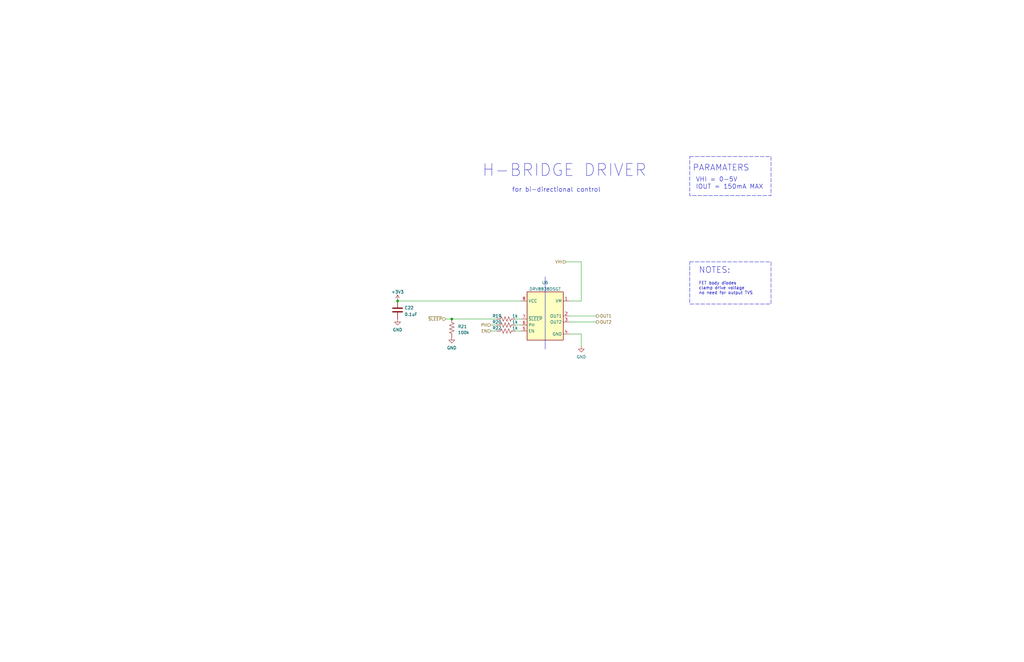
<source format=kicad_sch>
(kicad_sch (version 20230121) (generator eeschema)
  (paper "B")
  (lib_symbols
    (symbol "Device:C" (pin_numbers hide) (pin_names (offset 0.254))
      (property "Reference" "C" (at 0.635 2.54 0))
      (property "Value" "C" (at 0.635 -2.54 0))
      (symbol "C_0_1"
        (polyline (pts (xy -2.032 -0.762) (xy 2.032 -0.762)) (stroke (width 0.508)))
        (polyline (pts (xy -2.032 0.762) (xy 2.032 0.762)) (stroke (width 0.508)))
      )
      (symbol "C_1_1"
        (pin passive line (at 0 3.81 270) (length 2.794) (name "~") (number "1"))
        (pin passive line (at 0 -3.81 90) (length 2.794) (name "~") (number "2"))
      )
    )
    (symbol "Device:R_US" (pin_numbers hide) (pin_names (offset 0))
      (property "Reference" "R" (at 2.54 0 90))
      (property "Value" "R_US" (at -2.54 0 90))
      (symbol "R_US_0_1"
        (polyline (pts (xy 0 -2.286) (xy 0 -2.54)))
        (polyline (pts (xy 0 2.286) (xy 0 2.54)))
        (polyline (pts (xy 0 -0.762) (xy 1.016 -1.143) (xy 0 -1.524) (xy -1.016 -1.905) (xy 0 -2.286)))
        (polyline (pts (xy 0 0.762) (xy 1.016 0.381) (xy 0 0) (xy -1.016 -0.381) (xy 0 -0.762)))
        (polyline (pts (xy 0 2.286) (xy 1.016 1.905) (xy 0 1.524) (xy -1.016 1.143) (xy 0 0.762)))
      )
      (symbol "R_US_1_1"
        (pin passive line (at 0 3.81 270) (length 1.27) (name "~") (number "1"))
        (pin passive line (at 0 -3.81 90) (length 1.27) (name "~") (number "2"))
      )
    )
    (symbol "SierraLobo:+3V3D" (power) (pin_names (offset 0))
      (property "Value" "+3V3D" (at 0 3.556 0))
      (symbol "+3V3D_0_1"
        (polyline (pts (xy -0.762 1.27) (xy 0 2.54)))
        (polyline (pts (xy 0 0) (xy 0 2.54)))
        (polyline (pts (xy 0 2.54) (xy 0.762 1.27)))
      )
      (symbol "+3V3D_1_1"
        (pin power_in line (at 0 0 90) (length 0) hide (name "+3V3") (number "1"))
      )
    )
    (symbol "magnetotorquer-test-board:DRV8838DSGT"
      (property "Reference" "U" (at 0 13.97 0))
      (property "Value" "DRV8838DSGT" (at 0 11.43 0))
      (symbol "DRV8838DSGT_0_1"
        (rectangle (start -7.62 10.16) (end 7.62 -10.16) (stroke (width 0.254)) (fill (type background)))
      )
      (symbol "DRV8838DSGT_1_1"
        (pin power_in line (at 10.16 6.35 180) (length 2.54) (name "VM") (number "1"))
        (pin output line (at 10.16 0 180) (length 2.54) (name "OUT1") (number "2"))
        (pin output line (at 10.16 -2.54 180) (length 2.54) (name "OUT2") (number "3"))
        (pin power_in line (at 10.16 -7.62 180) (length 2.54) (name "GND") (number "4"))
        (pin input line (at -10.16 -6.35 0) (length 2.54) (name "EN") (number "5"))
        (pin input line (at -10.16 -3.81 0) (length 2.54) (name "PH") (number "6"))
        (pin input line (at -10.16 -1.27 0) (length 2.54) (name "~{SLEEP}") (number "7"))
        (pin power_in line (at -10.16 6.35 0) (length 2.54) (name "VCC") (number "8"))
        (pin passive line (at 10.16 -7.62 180) (length 2.54) hide (name "GND") (number "9"))
      )
    )
    (symbol "power:GND" (power) (pin_names (offset 0))
      (property "Value" "GND" (at 0 -3.81 0))
      (symbol "GND_0_1"
        (polyline (pts (xy 0 0) (xy 0 -1.27) (xy 1.27 -1.27) (xy 0 -2.54) (xy -1.27 -1.27) (xy 0 -1.27)))
      )
      (symbol "GND_1_1"
        (pin power_in line (at 0 0 270) (length 0) hide (name "GND") (number "1"))
      )
    )
  )
  (junction (at 190.5 134.62))
  (junction (at 167.64 127))
  (wire (pts (xy 217.17 137.16) (xy 219.71 137.16)))
  (wire (pts (xy 240.03 133.35) (xy 251.46 133.35)))
  (wire (pts (xy 238.76 110.49) (xy 245.11 110.49)))
  (wire (pts (xy 167.64 127) (xy 219.71 127)))
  (wire (pts (xy 187.96 134.62) (xy 190.5 134.62)))
  (polyline (pts (xy 229.87 116.84) (xy 229.87 147.32)))
  (wire (pts (xy 190.5 134.62) (xy 209.55 134.62)))
  (wire (pts (xy 245.11 140.97) (xy 245.11 146.05)))
  (wire (pts (xy 245.11 110.49) (xy 245.11 127)))
  (wire (pts (xy 217.17 134.62) (xy 219.71 134.62)))
  (wire (pts (xy 207.01 137.16) (xy 209.55 137.16)))
  (wire (pts (xy 240.03 135.89) (xy 251.46 135.89)))
  (wire (pts (xy 240.03 127) (xy 245.11 127)))
  (wire (pts (xy 217.17 139.7) (xy 219.71 139.7)))
  (wire (pts (xy 240.03 140.97) (xy 245.11 140.97)))
  (wire (pts (xy 207.01 139.7) (xy 209.55 139.7)))
  (rectangle (start 290.83 66.04) (end 325.12 82.55) (stroke (width 0) (type dash)))
  (rectangle (start 290.83 110.49) (end 325.12 128.27) (stroke (width 0) (type dash)))
  (text "VHI = 0-5V\nIOUT = 150mA MAX" (at 293.37 80.01 0) (effects (font (size 1.905 1.905)) (justify left bottom)))
  (text "PARAMATERS" (at 292.1 72.39 0) (effects (font (size 2.54 2.54)) (justify left bottom)))
  (text "for bi-directional control" (at 215.9 81.28 0) (effects (font (size 1.905 1.905)) (justify left bottom)))
  (text "H-BRIDGE DRIVER" (at 203.2 74.93 0) (effects (font (size 5.08 5.08)) (justify left bottom)))
  (text "FET body diodes\nclamp drive voltage\nno need for output TVS" (at 294.64 124.46 0) (effects (font (size 1.27 1.27)) (justify left bottom)))
  (text "NOTES:" (at 294.64 115.57 0) (effects (font (size 2.54 2.54)) (justify left bottom)))
  (hierarchical_label "VHI" (shape input) (at 238.76 110.49 180))
  (hierarchical_label "OUT2" (shape output) (at 251.46 135.89 0))
  (hierarchical_label "~{SLEEP}" (shape input) (at 187.96 134.62 180))
  (hierarchical_label "PH" (shape input) (at 207.01 137.16 180))
  (hierarchical_label "OUT1" (shape output) (at 251.46 133.35 0))
  (hierarchical_label "EN" (shape input) (at 207.01 139.7 180))
  (symbol (lib_id "Device:R_US") (at 213.36 139.7 90) (unit 1)
    (property "Reference" "R22" (at 209.55 138.43 90))
    (property "Value" "1k" (at 217.17 138.43 90))
    (property "Footprint" "Resistor_SMD:R_0603_1608Metric" (effects hide))
    (instances (project "magnetotorqer-drive-board" (path "" (reference "R22") (unit 1)) (path "" (reference "R63") (unit 1)) (path "" (reference "R13") (unit 1)) (path "" (reference "R67") (unit 1))) (project "payload-interface-board" (path "" (reference "R37") (unit 1)) (path "" (reference "R65") (unit 1)) (path "" (reference "R57") (unit 1))))
  )
  (symbol (lib_id "SierraLobo:+3V3D") (at 167.64 127 0) (unit 1)
    (property "Reference" "#PWR0127" (effects hide))
    (property "Value" "+3V3D" (at 167.64 123.19 0))
    (instances (project "magnetotorqer-drive-board" (path "" (reference "#PWR0127") (unit 1)) (path "" (reference "#PWR039") (unit 1)) (path "" (reference "#PWR0131") (unit 1))))
  )
  (symbol (lib_id "Device:C") (at 167.64 130.81 0) (unit 1)
    (property "Reference" "C22" (at 170.561 129.9015 0) (effects (justify left)))
    (property "Value" "0.1uF" (at 170.561 132.6766 0) (effects (justify left)))
    (property "Footprint" "Capacitor_SMD:C_0603_1608Metric" (effects hide))
    (property "Description" "CAP CER 0.1UF 50V X7R 0402" (effects hide))
    (property "Manufacturer" "TDK" (effects hide))
    (property "Mfr. Part No" "CGA2B3X7R1H104K050BE" (effects hide))
    (instances (project "magnetotorqer-drive-board" (path "" (reference "C22") (unit 1)) (path "" (reference "C57") (unit 1)) (path "" (reference "C11") (unit 1)) (path "" (reference "C58") (unit 1))) (project "payload-interface-board" (path "" (reference "C15") (unit 1)) (path "" (reference "C27") (unit 1)) (path "" (reference "C22") (unit 1))))
  )
  (symbol (lib_id "Device:R_US") (at 213.36 137.16 90) (unit 1)
    (property "Reference" "R20" (at 209.55 135.89 90))
    (property "Value" "1k" (at 217.17 135.89 90))
    (property "Footprint" "Resistor_SMD:R_0603_1608Metric" (effects hide))
    (instances (project "magnetotorqer-drive-board" (path "" (reference "R20") (unit 1)) (path "" (reference "R62") (unit 1)) (path "" (reference "R12") (unit 1)) (path "" (reference "R66") (unit 1))) (project "payload-interface-board" (path "" (reference "R35") (unit 1)) (path "" (reference "R63") (unit 1)) (path "" (reference "R55") (unit 1))))
  )
  (symbol (lib_id "Device:R_US") (at 213.36 134.62 90) (unit 1)
    (property "Reference" "R19" (at 209.55 133.35 90))
    (property "Value" "1k" (at 217.17 133.35 90))
    (property "Footprint" "Resistor_SMD:R_0603_1608Metric" (effects hide))
    (instances (project "magnetotorqer-drive-board" (path "" (reference "R19") (unit 1)) (path "" (reference "R61") (unit 1)) (path "" (reference "R11") (unit 1)) (path "" (reference "R65") (unit 1))) (project "payload-interface-board" (path "" (reference "R34") (unit 1)) (path "" (reference "R62") (unit 1)) (path "" (reference "R54") (unit 1))))
  )
  (symbol (lib_id "Device:R_US") (at 190.5 138.43 180) (unit 1)
    (property "Reference" "R21" (at 193.04 137.795 0) (effects (justify right)))
    (property "Value" "100k" (at 193.04 140.335 0) (effects (justify right)))
    (property "Footprint" "Resistor_SMD:R_0603_1608Metric" (effects hide))
    (instances (project "magnetotorqer-drive-board" (path "" (reference "R21") (unit 1)) (path "" (reference "R60") (unit 1)) (path "" (reference "R10") (unit 1)) (path "" (reference "R64") (unit 1))) (project "payload-interface-board" (path "" (reference "R36") (unit 1)) (path "" (reference "R64") (unit 1)) (path "" (reference "R56") (unit 1))))
  )
  (symbol (lib_id "power:GND") (at 245.11 146.05 0) (unit 1)
    (property "Reference" "#PWR032" (effects hide))
    (property "Value" "GND" (at 245.11 150.6125 0))
    (instances (project "magnetotorqer-drive-board" (path "" (reference "#PWR032") (unit 1)) (path "" (reference "#PWR0130") (unit 1)) (path "" (reference "#PWR042") (unit 1)) (path "" (reference "#PWR0134") (unit 1))) (project "payload-interface-board" (path "" (reference "#PWR050") (unit 1)) (path "" (reference "#PWR068") (unit 1)) (path "" (reference "#PWR060") (unit 1))))
  )
  (symbol (lib_id "power:GND") (at 190.5 142.24 0) (unit 1)
    (property "Reference" "#PWR032" (effects hide))
    (property "Value" "GND" (at 190.5 146.8025 0))
    (instances (project "magnetotorqer-drive-board" (path "" (reference "#PWR032") (unit 1)) (path "" (reference "#PWR0129") (unit 1)) (path "" (reference "#PWR041") (unit 1)) (path "" (reference "#PWR0133") (unit 1))) (project "payload-interface-board" (path "" (reference "#PWR050") (unit 1)) (path "" (reference "#PWR068") (unit 1)) (path "" (reference "#PWR060") (unit 1))))
  )
  (symbol (lib_id "power:GND") (at 167.64 134.62 0) (unit 1)
    (property "Reference" "#PWR031" (effects hide))
    (property "Value" "GND" (at 167.64 139.1825 0))
    (instances (project "magnetotorqer-drive-board" (path "" (reference "#PWR031") (unit 1)) (path "" (reference "#PWR0128") (unit 1)) (path "" (reference "#PWR040") (unit 1)) (path "" (reference "#PWR0132") (unit 1))) (project "payload-interface-board" (path "" (reference "#PWR049") (unit 1)) (path "" (reference "#PWR067") (unit 1)) (path "" (reference "#PWR059") (unit 1))))
  )
  (symbol (lib_id "magnetotorquer-test-board:DRV8838DSGT") (at 229.87 133.35 0) (unit 1)
    (property "Reference" "U6" (at 229.87 119.2235 0))
    (property "Value" "DRV8838DSGT" (at 229.87 121.9986 0))
    (property "Footprint" "Package_SON:WSON-8-1EP_2x2mm_P0.5mm_EP0.9x1.6mm" (effects hide))
    (instances (project "magnetotorqer-drive-board" (path "" (reference "U6") (unit 1)) (path "" (reference "U18") (unit 1)) (path "" (reference "U5") (unit 1)) (path "" (reference "U19") (unit 1))) (project "payload-interface-board" (path "" (reference "U8") (unit 1)) (path "" (reference "U14") (unit 1)) (path "" (reference "U11") (unit 1))))
  )
)
</source>
